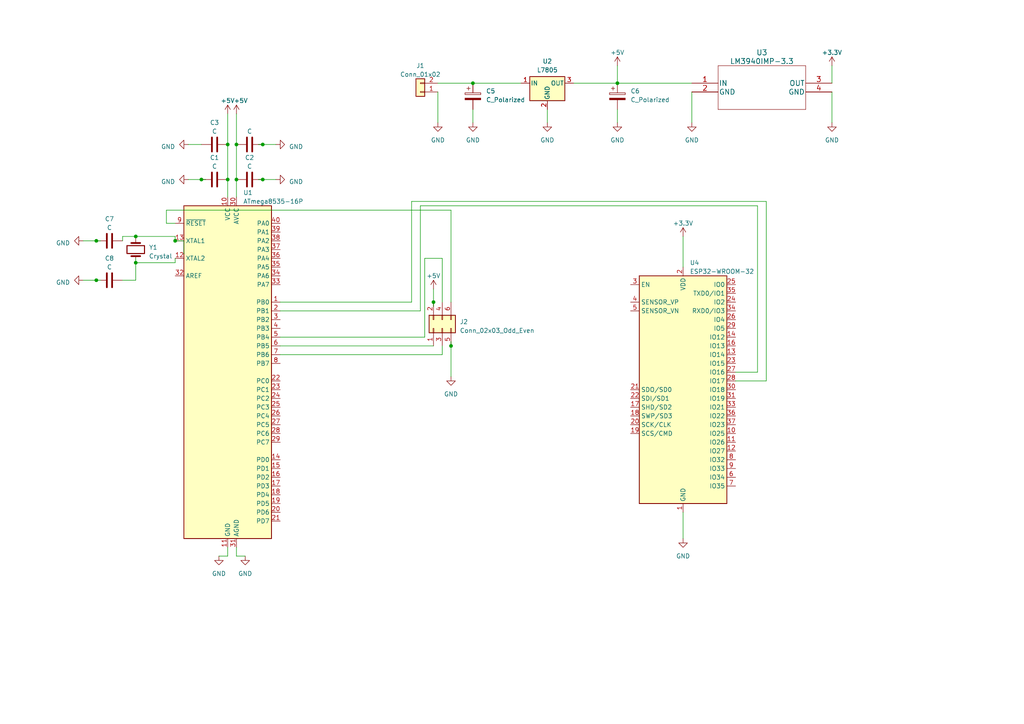
<source format=kicad_sch>
(kicad_sch (version 20230121) (generator eeschema)
  (paper "A4")
  (lib_symbols
    (symbol "Connector_Generic:Conn_01x02" (pin_names (offset 1.016) hide)
      (property "Reference" "J" (at 0 2.54 0))
      (property "Value" "Conn_01x02" (at 0 -5.08 0))
      (symbol "Conn_01x02_1_1"
        (rectangle (start -1.27 -2.413) (end 0 -2.667) (stroke (width 0.1524)))
        (rectangle (start -1.27 0.127) (end 0 -0.127) (stroke (width 0.1524)))
        (rectangle (start -1.27 1.27) (end 1.27 -3.81) (stroke (width 0.254)) (fill (type background)))
        (pin passive line (at -5.08 0 0) (length 3.81) (name "Pin_1") (number "1"))
        (pin passive line (at -5.08 -2.54 0) (length 3.81) (name "Pin_2") (number "2"))
      )
    )
    (symbol "Connector_Generic:Conn_02x03_Odd_Even" (pin_names (offset 1.016) hide)
      (property "Reference" "J" (at 1.27 5.08 0))
      (property "Value" "Conn_02x03_Odd_Even" (at 1.27 -5.08 0))
      (symbol "Conn_02x03_Odd_Even_1_1"
        (rectangle (start -1.27 -2.413) (end 0 -2.667) (stroke (width 0.1524)))
        (rectangle (start -1.27 0.127) (end 0 -0.127) (stroke (width 0.1524)))
        (rectangle (start -1.27 2.667) (end 0 2.413) (stroke (width 0.1524)))
        (rectangle (start -1.27 3.81) (end 3.81 -3.81) (stroke (width 0.254)) (fill (type background)))
        (rectangle (start 3.81 -2.413) (end 2.54 -2.667) (stroke (width 0.1524)))
        (rectangle (start 3.81 0.127) (end 2.54 -0.127) (stroke (width 0.1524)))
        (rectangle (start 3.81 2.667) (end 2.54 2.413) (stroke (width 0.1524)))
        (pin passive line (at -5.08 2.54 0) (length 3.81) (name "Pin_1") (number "1"))
        (pin passive line (at 7.62 2.54 180) (length 3.81) (name "Pin_2") (number "2"))
        (pin passive line (at -5.08 0 0) (length 3.81) (name "Pin_3") (number "3"))
        (pin passive line (at 7.62 0 180) (length 3.81) (name "Pin_4") (number "4"))
        (pin passive line (at -5.08 -2.54 0) (length 3.81) (name "Pin_5") (number "5"))
        (pin passive line (at 7.62 -2.54 180) (length 3.81) (name "Pin_6") (number "6"))
      )
    )
    (symbol "Device:C" (pin_numbers hide) (pin_names (offset 0.254))
      (property "Reference" "C" (at 0.635 2.54 0))
      (property "Value" "C" (at 0.635 -2.54 0))
      (symbol "C_0_1"
        (polyline (pts (xy -2.032 -0.762) (xy 2.032 -0.762)) (stroke (width 0.508)))
        (polyline (pts (xy -2.032 0.762) (xy 2.032 0.762)) (stroke (width 0.508)))
      )
      (symbol "C_1_1"
        (pin passive line (at 0 3.81 270) (length 2.794) (name "~") (number "1"))
        (pin passive line (at 0 -3.81 90) (length 2.794) (name "~") (number "2"))
      )
    )
    (symbol "Device:C_Polarized" (pin_numbers hide) (pin_names (offset 0.254))
      (property "Reference" "C" (at 0.635 2.54 0))
      (property "Value" "C_Polarized" (at 0.635 -2.54 0))
      (symbol "C_Polarized_0_1"
        (rectangle (start -2.286 0.508) (end 2.286 1.016))
        (polyline (pts (xy -1.778 2.286) (xy -0.762 2.286)))
        (polyline (pts (xy -1.27 2.794) (xy -1.27 1.778)))
        (rectangle (start 2.286 -0.508) (end -2.286 -1.016) (fill (type outline)))
      )
      (symbol "C_Polarized_1_1"
        (pin passive line (at 0 3.81 270) (length 2.794) (name "~") (number "1"))
        (pin passive line (at 0 -3.81 90) (length 2.794) (name "~") (number "2"))
      )
    )
    (symbol "Device:Crystal" (pin_numbers hide) (pin_names (offset 1.016) hide)
      (property "Reference" "Y" (at 0 3.81 0))
      (property "Value" "Crystal" (at 0 -3.81 0))
      (symbol "Crystal_0_1"
        (rectangle (start -1.143 2.54) (end 1.143 -2.54) (stroke (width 0.3048)))
        (polyline (pts (xy -2.54 0) (xy -1.905 0)))
        (polyline (pts (xy -1.905 -1.27) (xy -1.905 1.27)) (stroke (width 0.508)))
        (polyline (pts (xy 1.905 -1.27) (xy 1.905 1.27)) (stroke (width 0.508)))
        (polyline (pts (xy 2.54 0) (xy 1.905 0)))
      )
      (symbol "Crystal_1_1"
        (pin passive line (at -3.81 0 0) (length 1.27) (name "1") (number "1"))
        (pin passive line (at 3.81 0 180) (length 1.27) (name "2") (number "2"))
      )
    )
    (symbol "MCU_Microchip_ATmega:ATmega8535-16P"
      (property "Reference" "U" (at -12.7 49.53 0))
      (property "Value" "ATmega8535-16P" (at 5.08 -49.53 0))
      (symbol "ATmega8535-16P_0_1"
        (rectangle (start -12.7 -48.26) (end 12.7 48.26) (stroke (width 0.254)) (fill (type background)))
      )
      (symbol "ATmega8535-16P_1_1"
        (pin bidirectional line (at 15.24 20.32 180) (length 2.54) (name "PB0") (number "1"))
        (pin power_in line (at 0 50.8 270) (length 2.54) (name "VCC") (number "10"))
        (pin power_in line (at 0 -50.8 90) (length 2.54) (name "GND") (number "11"))
        (pin output line (at -15.24 33.02 0) (length 2.54) (name "XTAL2") (number "12"))
        (pin input line (at -15.24 38.1 0) (length 2.54) (name "XTAL1") (number "13"))
        (pin bidirectional line (at 15.24 -25.4 180) (length 2.54) (name "PD0") (number "14"))
        (pin bidirectional line (at 15.24 -27.94 180) (length 2.54) (name "PD1") (number "15"))
        (pin bidirectional line (at 15.24 -30.48 180) (length 2.54) (name "PD2") (number "16"))
        (pin bidirectional line (at 15.24 -33.02 180) (length 2.54) (name "PD3") (number "17"))
        (pin bidirectional line (at 15.24 -35.56 180) (length 2.54) (name "PD4") (number "18"))
        (pin bidirectional line (at 15.24 -38.1 180) (length 2.54) (name "PD5") (number "19"))
        (pin bidirectional line (at 15.24 17.78 180) (length 2.54) (name "PB1") (number "2"))
        (pin bidirectional line (at 15.24 -40.64 180) (length 2.54) (name "PD6") (number "20"))
        (pin bidirectional line (at 15.24 -43.18 180) (length 2.54) (name "PD7") (number "21"))
        (pin bidirectional line (at 15.24 -2.54 180) (length 2.54) (name "PC0") (number "22"))
        (pin bidirectional line (at 15.24 -5.08 180) (length 2.54) (name "PC1") (number "23"))
        (pin bidirectional line (at 15.24 -7.62 180) (length 2.54) (name "PC2") (number "24"))
        (pin bidirectional line (at 15.24 -10.16 180) (length 2.54) (name "PC3") (number "25"))
        (pin bidirectional line (at 15.24 -12.7 180) (length 2.54) (name "PC4") (number "26"))
        (pin bidirectional line (at 15.24 -15.24 180) (length 2.54) (name "PC5") (number "27"))
        (pin bidirectional line (at 15.24 -17.78 180) (length 2.54) (name "PC6") (number "28"))
        (pin bidirectional line (at 15.24 -20.32 180) (length 2.54) (name "PC7") (number "29"))
        (pin bidirectional line (at 15.24 15.24 180) (length 2.54) (name "PB2") (number "3"))
        (pin power_in line (at 2.54 50.8 270) (length 2.54) (name "AVCC") (number "30"))
        (pin power_in line (at 2.54 -50.8 90) (length 2.54) (name "AGND") (number "31"))
        (pin passive line (at -15.24 27.94 0) (length 2.54) (name "AREF") (number "32"))
        (pin bidirectional line (at 15.24 25.4 180) (length 2.54) (name "PA7") (number "33"))
        (pin bidirectional line (at 15.24 27.94 180) (length 2.54) (name "PA6") (number "34"))
        (pin bidirectional line (at 15.24 30.48 180) (length 2.54) (name "PA5") (number "35"))
        (pin bidirectional line (at 15.24 33.02 180) (length 2.54) (name "PA4") (number "36"))
        (pin bidirectional line (at 15.24 35.56 180) (length 2.54) (name "PA3") (number "37"))
        (pin bidirectional line (at 15.24 38.1 180) (length 2.54) (name "PA2") (number "38"))
        (pin bidirectional line (at 15.24 40.64 180) (length 2.54) (name "PA1") (number "39"))
        (pin bidirectional line (at 15.24 12.7 180) (length 2.54) (name "PB3") (number "4"))
        (pin bidirectional line (at 15.24 43.18 180) (length 2.54) (name "PA0") (number "40"))
        (pin bidirectional line (at 15.24 10.16 180) (length 2.54) (name "PB4") (number "5"))
        (pin bidirectional line (at 15.24 7.62 180) (length 2.54) (name "PB5") (number "6"))
        (pin bidirectional line (at 15.24 5.08 180) (length 2.54) (name "PB6") (number "7"))
        (pin bidirectional line (at 15.24 2.54 180) (length 2.54) (name "PB7") (number "8"))
        (pin input line (at -15.24 43.18 0) (length 2.54) (name "~{RESET}") (number "9"))
      )
    )
    (symbol "Oma:LM3940IMP-3.3" (pin_names (offset 0.254))
      (property "Reference" "U" (at 20.32 10.16 0))
      (property "Value" "LM3940IMP-3.3" (at 20.32 7.62 0))
      (symbol "LM3940IMP-3.3_1_1"
        (polyline (pts (xy 7.62 -7.62) (xy 33.02 -7.62)) (stroke (width 0.127)))
        (polyline (pts (xy 7.62 5.08) (xy 7.62 -7.62)) (stroke (width 0.127)))
        (polyline (pts (xy 33.02 -7.62) (xy 33.02 5.08)) (stroke (width 0.127)))
        (polyline (pts (xy 33.02 5.08) (xy 7.62 5.08)) (stroke (width 0.127)))
        (pin input line (at 0 0 0) (length 7.62) (name "IN") (number "1"))
        (pin passive line (at 0 -2.54 0) (length 7.62) (name "GND") (number "2"))
        (pin output line (at 40.64 0 180) (length 7.62) (name "OUT") (number "3"))
        (pin passive line (at 40.64 -2.54 180) (length 7.62) (name "GND") (number "4"))
      )
    )
    (symbol "RF_Module:ESP32-WROOM-32"
      (property "Reference" "U" (at -12.7 34.29 0))
      (property "Value" "ESP32-WROOM-32" (at 1.27 34.29 0))
      (symbol "ESP32-WROOM-32_0_1"
        (rectangle (start -12.7 33.02) (end 12.7 -33.02) (stroke (width 0.254)) (fill (type background)))
      )
      (symbol "ESP32-WROOM-32_1_1"
        (pin power_in line (at 0 -35.56 90) (length 2.54) (name "GND") (number "1"))
        (pin bidirectional line (at 15.24 -12.7 180) (length 2.54) (name "IO25") (number "10"))
        (pin bidirectional line (at 15.24 -15.24 180) (length 2.54) (name "IO26") (number "11"))
        (pin bidirectional line (at 15.24 -17.78 180) (length 2.54) (name "IO27") (number "12"))
        (pin bidirectional line (at 15.24 10.16 180) (length 2.54) (name "IO14") (number "13"))
        (pin bidirectional line (at 15.24 15.24 180) (length 2.54) (name "IO12") (number "14"))
        (pin passive line (at 0 -35.56 90) (length 2.54) hide (name "GND") (number "15"))
        (pin bidirectional line (at 15.24 12.7 180) (length 2.54) (name "IO13") (number "16"))
        (pin bidirectional line (at -15.24 -5.08 0) (length 2.54) (name "SHD/SD2") (number "17"))
        (pin bidirectional line (at -15.24 -7.62 0) (length 2.54) (name "SWP/SD3") (number "18"))
        (pin bidirectional line (at -15.24 -12.7 0) (length 2.54) (name "SCS/CMD") (number "19"))
        (pin power_in line (at 0 35.56 270) (length 2.54) (name "VDD") (number "2"))
        (pin bidirectional line (at -15.24 -10.16 0) (length 2.54) (name "SCK/CLK") (number "20"))
        (pin bidirectional line (at -15.24 0 0) (length 2.54) (name "SDO/SD0") (number "21"))
        (pin bidirectional line (at -15.24 -2.54 0) (length 2.54) (name "SDI/SD1") (number "22"))
        (pin bidirectional line (at 15.24 7.62 180) (length 2.54) (name "IO15") (number "23"))
        (pin bidirectional line (at 15.24 25.4 180) (length 2.54) (name "IO2") (number "24"))
        (pin bidirectional line (at 15.24 30.48 180) (length 2.54) (name "IO0") (number "25"))
        (pin bidirectional line (at 15.24 20.32 180) (length 2.54) (name "IO4") (number "26"))
        (pin bidirectional line (at 15.24 5.08 180) (length 2.54) (name "IO16") (number "27"))
        (pin bidirectional line (at 15.24 2.54 180) (length 2.54) (name "IO17") (number "28"))
        (pin bidirectional line (at 15.24 17.78 180) (length 2.54) (name "IO5") (number "29"))
        (pin input line (at -15.24 30.48 0) (length 2.54) (name "EN") (number "3"))
        (pin bidirectional line (at 15.24 0 180) (length 2.54) (name "IO18") (number "30"))
        (pin bidirectional line (at 15.24 -2.54 180) (length 2.54) (name "IO19") (number "31"))
        (pin no_connect line (at -12.7 -27.94 0) (length 2.54) hide (name "NC") (number "32"))
        (pin bidirectional line (at 15.24 -5.08 180) (length 2.54) (name "IO21") (number "33"))
        (pin bidirectional line (at 15.24 22.86 180) (length 2.54) (name "RXD0/IO3") (number "34"))
        (pin bidirectional line (at 15.24 27.94 180) (length 2.54) (name "TXD0/IO1") (number "35"))
        (pin bidirectional line (at 15.24 -7.62 180) (length 2.54) (name "IO22") (number "36"))
        (pin bidirectional line (at 15.24 -10.16 180) (length 2.54) (name "IO23") (number "37"))
        (pin passive line (at 0 -35.56 90) (length 2.54) hide (name "GND") (number "38"))
        (pin passive line (at 0 -35.56 90) (length 2.54) hide (name "GND") (number "39"))
        (pin input line (at -15.24 25.4 0) (length 2.54) (name "SENSOR_VP") (number "4"))
        (pin input line (at -15.24 22.86 0) (length 2.54) (name "SENSOR_VN") (number "5"))
        (pin input line (at 15.24 -25.4 180) (length 2.54) (name "IO34") (number "6"))
        (pin input line (at 15.24 -27.94 180) (length 2.54) (name "IO35") (number "7"))
        (pin bidirectional line (at 15.24 -20.32 180) (length 2.54) (name "IO32") (number "8"))
        (pin bidirectional line (at 15.24 -22.86 180) (length 2.54) (name "IO33") (number "9"))
      )
    )
    (symbol "Regulator_Linear:L7805" (pin_names (offset 0.254))
      (property "Reference" "U" (at -3.81 3.175 0))
      (property "Value" "L7805" (at 0 3.175 0))
      (symbol "L7805_0_1"
        (rectangle (start -5.08 1.905) (end 5.08 -5.08) (stroke (width 0.254)) (fill (type background)))
      )
      (symbol "L7805_1_1"
        (pin power_in line (at -7.62 0 0) (length 2.54) (name "IN") (number "1"))
        (pin power_in line (at 0 -7.62 90) (length 2.54) (name "GND") (number "2"))
        (pin power_out line (at 7.62 0 180) (length 2.54) (name "OUT") (number "3"))
      )
    )
    (symbol "power:+3.3V" (power) (pin_names (offset 0))
      (property "Value" "+3.3V" (at 0 3.556 0))
      (symbol "+3.3V_0_1"
        (polyline (pts (xy -0.762 1.27) (xy 0 2.54)))
        (polyline (pts (xy 0 0) (xy 0 2.54)))
        (polyline (pts (xy 0 2.54) (xy 0.762 1.27)))
      )
      (symbol "+3.3V_1_1"
        (pin power_in line (at 0 0 90) (length 0) hide (name "+3.3V") (number "1"))
      )
    )
    (symbol "power:+5V" (power) (pin_names (offset 0))
      (property "Value" "+5V" (at 0 3.556 0))
      (symbol "+5V_0_1"
        (polyline (pts (xy -0.762 1.27) (xy 0 2.54)))
        (polyline (pts (xy 0 0) (xy 0 2.54)))
        (polyline (pts (xy 0 2.54) (xy 0.762 1.27)))
      )
      (symbol "+5V_1_1"
        (pin power_in line (at 0 0 90) (length 0) hide (name "+5V") (number "1"))
      )
    )
    (symbol "power:GND" (power) (pin_names (offset 0))
      (property "Value" "GND" (at 0 -3.81 0))
      (symbol "GND_0_1"
        (polyline (pts (xy 0 0) (xy 0 -1.27) (xy 1.27 -1.27) (xy 0 -2.54) (xy -1.27 -1.27) (xy 0 -1.27)))
      )
      (symbol "GND_1_1"
        (pin power_in line (at 0 0 270) (length 0) hide (name "GND") (number "1"))
      )
    )
  )
  (junction (at 39.37 76.2))
  (junction (at 130.81 100.33))
  (junction (at 27.94 81.28))
  (junction (at 58.42 52.07))
  (junction (at 125.73 87.63))
  (junction (at 76.2 41.91))
  (junction (at 137.16 24.13))
  (junction (at 179.07 24.13))
  (junction (at 66.04 52.07))
  (junction (at 66.04 41.91))
  (junction (at 50.8 69.85))
  (junction (at 76.2 52.07))
  (junction (at 68.58 41.91))
  (junction (at 68.58 52.07))
  (junction (at 27.94 69.85))
  (junction (at 39.37 68.58))
  (wire (pts (xy 137.16 24.13) (xy 151.13 24.13)))
  (wire (pts (xy 68.58 41.91) (xy 68.58 33.02)))
  (wire (pts (xy 39.37 76.2) (xy 39.37 81.28)))
  (wire (pts (xy 119.38 87.63) (xy 119.38 58.42)))
  (wire (pts (xy 222.25 110.49) (xy 213.36 110.49)))
  (wire (pts (xy 158.75 31.75) (xy 158.75 35.56)))
  (wire (pts (xy 123.19 74.93) (xy 123.19 97.79)))
  (wire (pts (xy 53.34 73.66) (xy 53.34 69.85)))
  (wire (pts (xy 24.13 69.85) (xy 27.94 69.85)))
  (wire (pts (xy 74.93 41.91) (xy 76.2 41.91)))
  (wire (pts (xy 76.2 52.07) (xy 80.01 52.07)))
  (wire (pts (xy 241.3 19.05) (xy 241.3 24.13)))
  (wire (pts (xy 35.56 69.85) (xy 35.56 68.58)))
  (wire (pts (xy 125.73 83.82) (xy 125.73 87.63)))
  (wire (pts (xy 48.26 64.77) (xy 50.8 64.77)))
  (wire (pts (xy 179.07 31.75) (xy 179.07 35.56)))
  (wire (pts (xy 127 24.13) (xy 137.16 24.13)))
  (wire (pts (xy 81.28 87.63) (xy 119.38 87.63)))
  (wire (pts (xy 48.26 60.96) (xy 48.26 64.77)))
  (wire (pts (xy 68.58 52.07) (xy 68.58 41.91)))
  (wire (pts (xy 198.12 68.58) (xy 198.12 77.47)))
  (wire (pts (xy 219.71 59.69) (xy 219.71 107.95)))
  (wire (pts (xy 76.2 41.91) (xy 80.01 41.91)))
  (wire (pts (xy 166.37 24.13) (xy 179.07 24.13)))
  (wire (pts (xy 66.04 41.91) (xy 66.04 52.07)))
  (wire (pts (xy 121.92 90.17) (xy 121.92 59.69)))
  (wire (pts (xy 63.5 161.29) (xy 66.04 161.29)))
  (wire (pts (xy 128.27 74.93) (xy 128.27 87.63)))
  (wire (pts (xy 50.8 68.58) (xy 50.8 69.85)))
  (wire (pts (xy 74.93 52.07) (xy 76.2 52.07)))
  (wire (pts (xy 130.81 100.33) (xy 130.81 109.22)))
  (wire (pts (xy 127 26.67) (xy 127 35.56)))
  (wire (pts (xy 39.37 74.93) (xy 39.37 76.2)))
  (wire (pts (xy 68.58 158.75) (xy 68.58 161.29)))
  (wire (pts (xy 50.8 74.93) (xy 50.8 76.2)))
  (wire (pts (xy 66.04 158.75) (xy 66.04 161.29)))
  (wire (pts (xy 198.12 148.59) (xy 198.12 156.21)))
  (wire (pts (xy 128.27 74.93) (xy 123.19 74.93)))
  (wire (pts (xy 130.81 87.63) (xy 130.81 60.96)))
  (wire (pts (xy 121.92 59.69) (xy 219.71 59.69)))
  (wire (pts (xy 222.25 58.42) (xy 222.25 110.49)))
  (wire (pts (xy 29.21 69.85) (xy 27.94 69.85)))
  (wire (pts (xy 179.07 19.05) (xy 179.07 24.13)))
  (wire (pts (xy 29.21 81.28) (xy 27.94 81.28)))
  (wire (pts (xy 81.28 102.87) (xy 128.27 102.87)))
  (wire (pts (xy 54.61 52.07) (xy 58.42 52.07)))
  (wire (pts (xy 179.07 24.13) (xy 200.66 24.13)))
  (wire (pts (xy 66.04 33.02) (xy 66.04 41.91)))
  (wire (pts (xy 39.37 68.58) (xy 50.8 68.58)))
  (wire (pts (xy 39.37 76.2) (xy 50.8 76.2)))
  (wire (pts (xy 119.38 58.42) (xy 222.25 58.42)))
  (wire (pts (xy 53.34 69.85) (xy 50.8 69.85)))
  (wire (pts (xy 128.27 100.33) (xy 128.27 102.87)))
  (wire (pts (xy 59.69 52.07) (xy 58.42 52.07)))
  (wire (pts (xy 81.28 100.33) (xy 125.73 100.33)))
  (wire (pts (xy 123.19 97.79) (xy 81.28 97.79)))
  (wire (pts (xy 200.66 26.67) (xy 200.66 35.56)))
  (wire (pts (xy 71.12 161.29) (xy 68.58 161.29)))
  (wire (pts (xy 137.16 31.75) (xy 137.16 35.56)))
  (wire (pts (xy 68.58 57.15) (xy 68.58 52.07)))
  (wire (pts (xy 35.56 68.58) (xy 39.37 68.58)))
  (wire (pts (xy 66.04 52.07) (xy 66.04 57.15)))
  (wire (pts (xy 125.73 87.63) (xy 125.73 88.9)))
  (wire (pts (xy 130.81 60.96) (xy 48.26 60.96)))
  (wire (pts (xy 213.36 107.95) (xy 219.71 107.95)))
  (wire (pts (xy 24.13 81.28) (xy 27.94 81.28)))
  (wire (pts (xy 241.3 26.67) (xy 241.3 35.56)))
  (wire (pts (xy 81.28 90.17) (xy 121.92 90.17)))
  (wire (pts (xy 35.56 81.28) (xy 39.37 81.28)))
  (wire (pts (xy 54.61 41.91) (xy 58.42 41.91)))
  (wire (pts (xy 130.81 99.06) (xy 130.81 100.33)))
  (symbol (lib_id "power:GND") (at 54.61 52.07 270) (unit 1)
    (property "Reference" "#PWR08" (effects hide))
    (property "Value" "GND" (at 50.8 52.705 90) (effects (justify right)))
  )
  (symbol (lib_id "power:GND") (at 71.12 161.29 0) (unit 1)
    (property "Reference" "#PWR015" (effects hide))
    (property "Value" "GND" (at 71.12 166.37 0))
  )
  (symbol (lib_id "power:GND") (at 130.81 109.22 0) (unit 1)
    (property "Reference" "#PWR017" (effects hide))
    (property "Value" "GND" (at 130.81 114.3 0))
  )
  (symbol (lib_id "Device:Crystal") (at 39.37 72.39 90) (unit 1)
    (property "Reference" "Y1" (at 43.18 71.755 90) (effects (justify right)))
    (property "Value" "Crystal" (at 43.18 74.295 90) (effects (justify right)))
    (property "Footprint" "Crystal:Crystal_SMD_FOX_FE-2Pin_7.5x5.0mm_HandSoldering" (effects hide))
  )
  (symbol (lib_id "power:GND") (at 63.5 161.29 0) (unit 1)
    (property "Reference" "#PWR014" (effects hide))
    (property "Value" "GND" (at 63.5 166.37 0))
  )
  (symbol (lib_id "power:+5V") (at 66.04 33.02 0) (unit 1)
    (property "Reference" "#PWR06" (effects hide))
    (property "Value" "+5V" (at 66.04 29.21 0))
  )
  (symbol (lib_id "Regulator_Linear:L7805") (at 158.75 24.13 0) (unit 1)
    (property "Reference" "U2" (at 158.75 17.78 0))
    (property "Value" "L7805" (at 158.75 20.32 0))
    (property "Datasheet" "http://www.st.com/content/ccc/resource/technical/document/datasheet/41/4f/b3/b0/12/d4/47/88/CD00000444.pdf/files/CD00000444.pdf/jcr:content/translations/en.CD00000444.pdf" (effects hide))
  )
  (symbol (lib_id "Device:C") (at 72.39 52.07 90) (unit 1)
    (property "Reference" "C2" (at 72.39 45.72 90))
    (property "Value" "C" (at 72.39 48.26 90))
    (property "Footprint" "Capacitor_THT:C_Disc_D5.0mm_W2.5mm_P5.00mm" (effects hide))
  )
  (symbol (lib_id "Device:C") (at 62.23 52.07 90) (unit 1)
    (property "Reference" "C1" (at 62.23 45.72 90))
    (property "Value" "C" (at 62.23 48.26 90))
    (property "Footprint" "Capacitor_THT:C_Disc_D5.0mm_W2.5mm_P5.00mm" (effects hide))
  )
  (symbol (lib_id "power:GND") (at 54.61 41.91 270) (unit 1)
    (property "Reference" "#PWR09" (effects hide))
    (property "Value" "GND" (at 50.8 42.545 90) (effects (justify right)))
  )
  (symbol (lib_id "Oma:LM3940IMP-3.3") (at 200.66 24.13 0) (unit 1)
    (property "Reference" "U3" (at 220.98 15.24 0) (effects (font (size 1.524 1.524))))
    (property "Value" "LM3940IMP-3.3" (at 220.98 17.78 0) (effects (font (size 1.524 1.524))))
    (property "Footprint" "MP04A" (effects hide))
  )
  (symbol (lib_id "power:GND") (at 24.13 81.28 270) (unit 1)
    (property "Reference" "#PWR013" (effects hide))
    (property "Value" "GND" (at 20.32 81.915 90) (effects (justify right)))
  )
  (symbol (lib_id "MCU_Microchip_ATmega:ATmega8535-16P") (at 66.04 107.95 0) (unit 1)
    (property "Reference" "U1" (at 70.5359 55.88 0) (effects (justify left)))
    (property "Value" "ATmega8535-16P" (at 70.5359 58.42 0) (effects (justify left)))
    (property "Footprint" "Package_DIP:DIP-40_W15.24mm" (effects hide))
    (property "Datasheet" "http://ww1.microchip.com/downloads/en/DeviceDoc/doc2502.pdf" (effects hide))
  )
  (symbol (lib_id "Connector_Generic:Conn_02x03_Odd_Even") (at 128.27 95.25 90) (unit 1)
    (property "Reference" "J2" (at 133.35 93.345 90) (effects (justify right)))
    (property "Value" "Conn_02x03_Odd_Even" (at 133.35 95.885 90) (effects (justify right)))
  )
  (symbol (lib_id "Device:C") (at 31.75 81.28 90) (unit 1)
    (property "Reference" "C8" (at 31.75 74.93 90))
    (property "Value" "C" (at 31.75 77.47 90))
    (property "Footprint" "Capacitor_THT:C_Disc_D5.0mm_W2.5mm_P5.00mm" (effects hide))
  )
  (symbol (lib_id "power:GND") (at 80.01 52.07 90) (unit 1)
    (property "Reference" "#PWR010" (effects hide))
    (property "Value" "GND" (at 83.82 52.705 90) (effects (justify right)))
  )
  (symbol (lib_id "power:GND") (at 198.12 156.21 0) (unit 1)
    (property "Reference" "#PWR021" (effects hide))
    (property "Value" "GND" (at 198.12 161.29 0))
  )
  (symbol (lib_id "Connector_Generic:Conn_01x02") (at 121.92 26.67 180) (unit 1)
    (property "Reference" "J1" (at 121.92 19.05 0))
    (property "Value" "Conn_01x02" (at 121.92 21.59 0))
    (property "Footprint" "Connector_PinHeader_2.54mm:PinHeader_1x02_P2.54mm_Vertical" (effects hide))
  )
  (symbol (lib_id "power:+3.3V") (at 198.12 68.58 0) (unit 1)
    (property "Reference" "#PWR022" (effects hide))
    (property "Value" "+3.3V" (at 198.12 64.77 0))
  )
  (symbol (lib_id "Device:C_Polarized") (at 137.16 27.94 0) (unit 1)
    (property "Reference" "C5" (at 140.97 26.416 0) (effects (justify left)))
    (property "Value" "C_Polarized" (at 140.97 28.956 0) (effects (justify left)))
    (property "Footprint" "Capacitor_THT:CP_Radial_D10.0mm_P5.00mm" (effects hide))
  )
  (symbol (lib_id "Device:C") (at 62.23 41.91 90) (unit 1)
    (property "Reference" "C3" (at 62.23 35.56 90))
    (property "Value" "C" (at 62.23 38.1 90))
    (property "Footprint" "Capacitor_THT:C_Disc_D5.0mm_W2.5mm_P5.00mm" (effects hide))
  )
  (symbol (lib_id "power:GND") (at 179.07 35.56 0) (unit 1)
    (property "Reference" "#PWR05" (effects hide))
    (property "Value" "GND" (at 179.07 40.64 0))
  )
  (symbol (lib_id "Device:C") (at 72.39 41.91 90) (unit 1)
    (property "Reference" "C4" (effects hide))
    (property "Value" "C" (at 72.39 38.1 90))
    (property "Footprint" "Capacitor_THT:C_Disc_D5.0mm_W2.5mm_P5.00mm" (effects hide))
  )
  (symbol (lib_id "Device:C") (at 31.75 69.85 90) (unit 1)
    (property "Reference" "C7" (at 31.75 63.5 90))
    (property "Value" "C" (at 31.75 66.04 90))
    (property "Footprint" "Capacitor_THT:C_Disc_D5.0mm_W2.5mm_P5.00mm" (effects hide))
  )
  (symbol (lib_id "power:GND") (at 127 35.56 0) (unit 1)
    (property "Reference" "#PWR03" (effects hide))
    (property "Value" "GND" (at 127 40.64 0))
  )
  (symbol (lib_id "power:GND") (at 200.66 35.56 0) (unit 1)
    (property "Reference" "#PWR018" (effects hide))
    (property "Value" "GND" (at 200.66 40.64 0))
  )
  (symbol (lib_id "power:GND") (at 158.75 35.56 0) (unit 1)
    (property "Reference" "#PWR04" (effects hide))
    (property "Value" "GND" (at 158.75 40.64 0))
  )
  (symbol (lib_id "power:GND") (at 241.3 35.56 0) (unit 1)
    (property "Reference" "#PWR019" (effects hide))
    (property "Value" "GND" (at 241.3 40.64 0))
  )
  (symbol (lib_id "power:+5V") (at 68.58 33.02 0) (unit 1)
    (property "Reference" "#PWR07" (effects hide))
    (property "Value" "+5V" (at 69.85 29.21 0))
  )
  (symbol (lib_id "power:GND") (at 24.13 69.85 270) (unit 1)
    (property "Reference" "#PWR012" (effects hide))
    (property "Value" "GND" (at 20.32 70.485 90) (effects (justify right)))
  )
  (symbol (lib_id "power:GND") (at 80.01 41.91 90) (unit 1)
    (property "Reference" "#PWR011" (effects hide))
    (property "Value" "GND" (at 83.82 42.545 90) (effects (justify right)))
  )
  (symbol (lib_id "power:+5V") (at 125.73 83.82 0) (unit 1)
    (property "Reference" "#PWR016" (effects hide))
    (property "Value" "+5V" (at 125.73 80.01 0))
  )
  (symbol (lib_id "Device:C_Polarized") (at 179.07 27.94 0) (unit 1)
    (property "Reference" "C6" (at 182.88 26.416 0) (effects (justify left)))
    (property "Value" "C_Polarized" (at 182.88 28.956 0) (effects (justify left)))
    (property "Footprint" "Capacitor_THT:CP_Radial_D10.0mm_P5.00mm" (effects hide))
  )
  (symbol (lib_id "power:GND") (at 137.16 35.56 0) (unit 1)
    (property "Reference" "#PWR02" (effects hide))
    (property "Value" "GND" (at 137.16 40.64 0))
  )
  (symbol (lib_id "power:+3.3V") (at 241.3 19.05 0) (unit 1)
    (property "Reference" "#PWR020" (effects hide))
    (property "Value" "+3.3V" (at 241.3 15.24 0))
  )
  (symbol (lib_id "RF_Module:ESP32-WROOM-32") (at 198.12 113.03 0) (unit 1)
    (property "Reference" "U4" (at 200.0759 76.2 0) (effects (justify left)))
    (property "Value" "ESP32-WROOM-32" (at 200.0759 78.74 0) (effects (justify left)))
    (property "Footprint" "RF_Module:ESP32-WROOM-32" (effects hide))
    (property "Datasheet" "https://www.espressif.com/sites/default/files/documentation/esp32-wroom-32_datasheet_en.pdf" (effects hide))
  )
  (symbol (lib_id "power:+5V") (at 179.07 19.05 0) (unit 1)
    (property "Reference" "#PWR01" (effects hide))
    (property "Value" "+5V" (at 179.07 15.24 0))
  )
)
</source>
